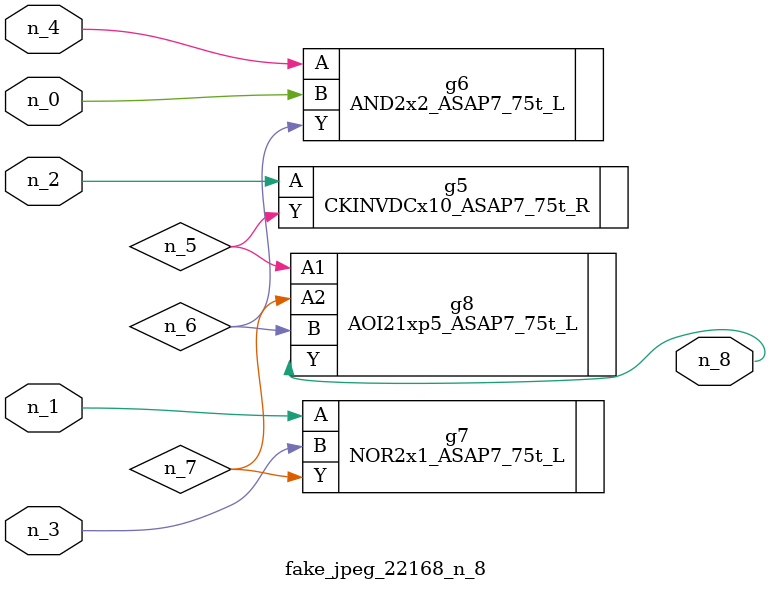
<source format=v>
module fake_jpeg_22168_n_8 (n_3, n_2, n_1, n_0, n_4, n_8);

input n_3;
input n_2;
input n_1;
input n_0;
input n_4;

output n_8;

wire n_6;
wire n_5;
wire n_7;

CKINVDCx10_ASAP7_75t_R g5 ( 
.A(n_2),
.Y(n_5)
);

AND2x2_ASAP7_75t_L g6 ( 
.A(n_4),
.B(n_0),
.Y(n_6)
);

NOR2x1_ASAP7_75t_L g7 ( 
.A(n_1),
.B(n_3),
.Y(n_7)
);

AOI21xp5_ASAP7_75t_L g8 ( 
.A1(n_5),
.A2(n_7),
.B(n_6),
.Y(n_8)
);


endmodule
</source>
